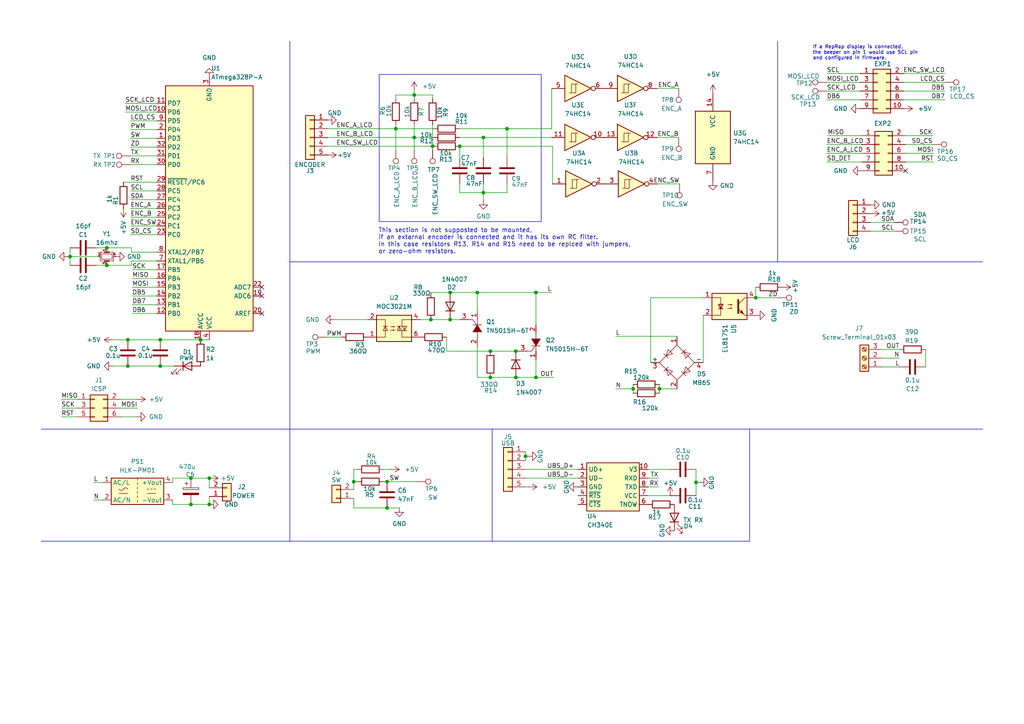
<source format=kicad_sch>
(kicad_sch (version 20230121) (generator eeschema)
  (paper "A4")
  (title_block (title "AVR Spotter shematic") (date "2023-06-21") (rev "1.1") (company "(c) gty77663"))
  (junction (at 20.32 74.422))
  (junction (at 191.262 112.776))
  (junction (at 183.642 112.776))
  (junction (at 130.556 84.836))
  (junction (at 114.808 37.338))
  (junction (at 140.208 39.878))
  (junction (at 55.372 146.304))
  (junction (at 37.084 98.552))
  (junction (at 30.988 71.882))
  (junction (at 46.482 106.172))
  (junction (at 37.084 106.172))
  (junction (at 112.268 147.32))
  (junction (at 142.24 109.474))
  (junction (at 120.142 27.559))
  (junction (at 102.616 139.7))
  (junction (at 201.8792 139.9032))
  (junction (at 112.268 139.7))
  (junction (at 147.066 37.338))
  (junction (at 138.43 84.836))
  (junction (at 120.142 39.878))
  (junction (at 55.372 138.684))
  (junction (at 46.482 98.552))
  (junction (at 219.202 86.36))
  (junction (at 155.448 84.836))
  (junction (at 152.4 132.334))
  (junction (at 155.448 109.474))
  (junction (at 142.24 101.854))
  (junction (at 30.988 76.962))
  (junction (at 149.606 109.474))
  (junction (at 58.166 98.552))
  (junction (at 60.706 138.684))
  (junction (at 133.35 42.418))
  (junction (at 60.706 146.304))
  (junction (at 149.606 101.854))
  (junction (at 124.968 92.71))
  (junction (at 125.476 42.418))
  (junction (at 130.556 92.71))
  (junction (at 140.208 55.88))
  (no_connect (at 75.946 83.312))
  (no_connect (at 262.636 49.53))
  (no_connect (at 75.946 85.852))
  (no_connect (at 75.946 90.932))
  (wire (pts (xy 125.476 43.434) (xy 125.476 42.418)))
  (wire (pts (xy 120.142 43.434) (xy 120.142 39.878)))
  (wire (pts (xy 160.02 37.338) (xy 147.066 37.338)))
  (wire (pts (xy 38.354 80.772) (xy 45.466 80.772)))
  (wire (pts (xy 50.038 145.034) (xy 50.038 146.304)))
  (wire (pts (xy 17.78 118.364) (xy 22.352 118.364)))
  (wire (pts (xy 183.642 111.506) (xy 183.642 112.776)))
  (wire (pts (xy 196.85 39.878) (xy 190.5 39.878)))
  (wire (pts (xy 94.996 42.418) (xy 125.476 42.418)))
  (wire (pts (xy 30.988 71.882) (xy 38.1 71.882)))
  (wire (pts (xy 270.51 39.37) (xy 262.636 39.37)))
  (wire (pts (xy 225.552 86.36) (xy 219.202 86.36)))
  (wire (pts (xy 194.2592 143.764) (xy 187.96 143.764)))
  (wire (pts (xy 120.396 27.686) (xy 120.142 28.575)))
  (wire (pts (xy 27.94 71.882) (xy 30.988 71.882)))
  (wire (pts (xy 60.706 141.478) (xy 60.706 138.684)))
  (wire (pts (xy 38.1 75.692) (xy 45.466 75.692)))
  (wire (pts (xy 58.166 98.552) (xy 60.706 98.552)))
  (wire (pts (xy 125.476 42.418) (xy 125.73 42.418)))
  (wire (pts (xy 152.4 132.334) (xy 152.4 133.604)))
  (wire (pts (xy 138.43 109.474) (xy 142.24 109.474)))
  (wire (pts (xy 37.846 35.052) (xy 45.466 35.052)))
  (wire (pts (xy 120.142 26.289) (xy 120.142 27.559)))
  (wire (pts (xy 37.846 62.992) (xy 45.466 62.992)))
  (wire (pts (xy 188.722 86.36) (xy 203.962 86.36)))
  (wire (pts (xy 140.208 39.878) (xy 160.02 39.878)))
  (wire (pts (xy 46.482 98.552) (xy 58.166 98.552)))
  (wire (pts (xy 140.208 55.88) (xy 140.208 53.34)))
  (wire (pts (xy 37.846 60.452) (xy 45.466 60.452)))
  (wire (pts (xy 114.808 37.338) (xy 125.73 37.338)))
  (wire (pts (xy 20.32 74.422) (xy 20.32 76.962)))
  (polyline (pts (xy 156.972 64.262) (xy 156.972 21.59)))
  (wire (pts (xy 102.616 136.144) (xy 102.616 139.7)))
  (polyline (pts (xy 11.938 124.46) (xy 84.074 124.46)))
  (wire (pts (xy 191.008 141.224) (xy 187.96 141.224)))
  (wire (pts (xy 274.066 26.416) (xy 262.128 26.416)))
  (wire (pts (xy 114.808 28.575) (xy 114.808 27.559)))
  (wire (pts (xy 155.448 94.234) (xy 155.448 84.836)))
  (wire (pts (xy 38.354 78.232) (xy 45.466 78.232)))
  (wire (pts (xy 39.878 118.364) (xy 35.052 118.364)))
  (wire (pts (xy 130.556 84.836) (xy 130.556 85.09)))
  (wire (pts (xy 270.51 41.91) (xy 262.636 41.91)))
  (wire (pts (xy 201.8792 139.9032) (xy 201.8792 143.764)))
  (polyline (pts (xy 142.748 156.972) (xy 142.748 124.46)))
  (wire (pts (xy 37.846 40.132) (xy 45.466 40.132)))
  (wire (pts (xy 37.846 37.592) (xy 45.466 37.592)))
  (wire (pts (xy 133.35 55.88) (xy 140.208 55.88)))
  (wire (pts (xy 239.776 41.91) (xy 249.936 41.91)))
  (wire (pts (xy 274.066 28.956) (xy 262.128 28.956)))
  (wire (pts (xy 38.1 76.962) (xy 38.1 75.692)))
  (wire (pts (xy 160.274 42.418) (xy 133.35 42.418)))
  (wire (pts (xy 27.94 76.962) (xy 30.988 76.962)))
  (wire (pts (xy 147.066 53.34) (xy 147.066 55.88)))
  (polyline (pts (xy 84.074 124.46) (xy 84.074 156.972)))
  (wire (pts (xy 60.706 144.018) (xy 60.706 146.304)))
  (wire (pts (xy 37.846 68.072) (xy 45.466 68.072)))
  (wire (pts (xy 114.808 27.559) (xy 120.142 27.559)))
  (wire (pts (xy 155.448 84.836) (xy 138.43 84.836)))
  (wire (pts (xy 191.262 112.776) (xy 196.342 112.776)))
  (wire (pts (xy 188.722 86.36) (xy 188.722 105.156)))
  (polyline (pts (xy 217.424 156.972) (xy 217.424 124.46)))
  (polyline (pts (xy 84.074 156.972) (xy 142.748 156.972)))
  (polyline (pts (xy 225.552 75.946) (xy 284.988 75.946)))
  (wire (pts (xy 147.066 37.338) (xy 147.066 45.72)))
  (wire (pts (xy 38.354 85.852) (xy 45.466 85.852)))
  (wire (pts (xy 38.354 90.932) (xy 45.466 90.932)))
  (wire (pts (xy 133.35 53.34) (xy 133.35 55.88)))
  (polyline (pts (xy 84.074 11.938) (xy 84.074 124.46)))
  (wire (pts (xy 120.142 39.878) (xy 125.73 39.878)))
  (wire (pts (xy 149.606 109.474) (xy 155.448 109.474)))
  (wire (pts (xy 39.624 115.824) (xy 35.052 115.824)))
  (wire (pts (xy 153.162 141.224) (xy 152.4 141.224)))
  (wire (pts (xy 102.616 147.32) (xy 112.268 147.32)))
  (wire (pts (xy 219.202 86.36) (xy 219.202 83.312)))
  (wire (pts (xy 196.85 25.654) (xy 190.5 25.654)))
  (wire (pts (xy 191.262 111.506) (xy 191.262 112.776)))
  (wire (pts (xy 201.8792 136.144) (xy 201.8792 139.9032)))
  (wire (pts (xy 37.084 98.552) (xy 46.482 98.552)))
  (wire (pts (xy 138.43 84.836) (xy 130.556 84.836)))
  (polyline (pts (xy 142.748 156.972) (xy 217.424 156.972)))
  (wire (pts (xy 60.706 146.304) (xy 55.372 146.304)))
  (wire (pts (xy 239.776 46.99) (xy 249.936 46.99)))
  (wire (pts (xy 38.354 88.392) (xy 45.466 88.392)))
  (wire (pts (xy 197.104 53.34) (xy 190.754 53.34)))
  (wire (pts (xy 129.54 97.79) (xy 129.54 101.854)))
  (wire (pts (xy 27.178 145.034) (xy 29.718 145.034)))
  (wire (pts (xy 94.996 37.338) (xy 114.808 37.338)))
  (wire (pts (xy 38.1 73.152) (xy 45.466 73.152)))
  (wire (pts (xy 203.962 91.44) (xy 203.962 105.156)))
  (wire (pts (xy 32.766 106.172) (xy 37.084 106.172)))
  (wire (pts (xy 260.858 103.886) (xy 255.778 103.886)))
  (wire (pts (xy 121.92 92.71) (xy 124.968 92.71)))
  (wire (pts (xy 94.742 97.79) (xy 99.06 97.79)))
  (wire (pts (xy 167.64 138.684) (xy 152.4 138.684)))
  (wire (pts (xy 155.448 84.836) (xy 160.02 84.836)))
  (wire (pts (xy 38.354 83.312) (xy 45.466 83.312)))
  (wire (pts (xy 240.03 39.37) (xy 249.936 39.37)))
  (wire (pts (xy 37.846 47.752) (xy 45.466 47.752)))
  (wire (pts (xy 270.764 46.99) (xy 262.636 46.99)))
  (wire (pts (xy 124.968 84.836) (xy 130.556 84.836)))
  (wire (pts (xy 239.776 23.876) (xy 249.428 23.876)))
  (wire (pts (xy 112.268 147.32) (xy 115.824 147.32)))
  (wire (pts (xy 37.846 55.372) (xy 45.466 55.372)))
  (wire (pts (xy 194.2592 136.144) (xy 187.96 136.144)))
  (wire (pts (xy 140.208 58.166) (xy 140.208 55.88)))
  (wire (pts (xy 46.482 106.172) (xy 50.546 106.172)))
  (polyline (pts (xy 109.982 21.59) (xy 156.972 21.59)))
  (polyline (pts (xy 11.938 156.972) (xy 84.074 156.972)))
  (wire (pts (xy 50.038 146.304) (xy 55.372 146.304)))
  (wire (pts (xy 259.334 67.056) (xy 252.476 67.056)))
  (wire (pts (xy 111.252 139.7) (xy 112.268 139.7)))
  (wire (pts (xy 124.968 85.09) (xy 124.968 84.836)))
  (polyline (pts (xy 109.982 21.59) (xy 109.982 64.262)))
  (wire (pts (xy 152.4 136.144) (xy 167.64 136.144)))
  (wire (pts (xy 37.846 65.532) (xy 45.466 65.532)))
  (wire (pts (xy 113.284 136.144) (xy 111.252 136.144)))
  (wire (pts (xy 102.616 139.7) (xy 102.616 141.986)))
  (wire (pts (xy 191.262 112.776) (xy 191.262 114.046)))
  (polyline (pts (xy 225.552 11.938) (xy 225.552 75.946)))
  (wire (pts (xy 36.322 29.972) (xy 45.466 29.972)))
  (wire (pts (xy 270.764 44.45) (xy 262.636 44.45)))
  (wire (pts (xy 133.35 45.72) (xy 133.35 42.418)))
  (wire (pts (xy 155.448 109.474) (xy 160.528 109.474)))
  (wire (pts (xy 142.24 109.474) (xy 149.606 109.474)))
  (wire (pts (xy 150.368 101.854) (xy 149.606 101.854)))
  (wire (pts (xy 274.066 23.876) (xy 262.128 23.876)))
  (wire (pts (xy 20.32 74.422) (xy 28.448 74.422)))
  (wire (pts (xy 50.038 139.954) (xy 50.038 138.684)))
  (wire (pts (xy 37.846 57.912) (xy 45.466 57.912)))
  (wire (pts (xy 153.162 132.334) (xy 152.4 132.334)))
  (wire (pts (xy 124.968 92.71) (xy 130.556 92.71)))
  (wire (pts (xy 35.814 52.832) (xy 45.466 52.832)))
  (polyline (pts (xy 84.074 75.946) (xy 225.552 75.946)))
  (wire (pts (xy 142.24 101.854) (xy 149.606 101.854)))
  (wire (pts (xy 38.1 71.882) (xy 38.1 73.152)))
  (wire (pts (xy 103.632 139.7) (xy 102.616 139.7)))
  (wire (pts (xy 130.556 92.71) (xy 133.35 92.71)))
  (wire (pts (xy 155.448 104.394) (xy 155.448 109.474)))
  (wire (pts (xy 178.562 112.776) (xy 183.642 112.776)))
  (polyline (pts (xy 84.074 124.46) (xy 284.988 124.46)))
  (wire (pts (xy 32.766 98.552) (xy 37.084 98.552)))
  (wire (pts (xy 147.066 55.88) (xy 140.208 55.88)))
  (wire (pts (xy 160.02 25.654) (xy 160.02 37.338)))
  (wire (pts (xy 125.476 27.559) (xy 125.476 28.575)))
  (wire (pts (xy 94.996 39.878) (xy 120.142 39.878)))
  (wire (pts (xy 102.616 144.526) (xy 102.616 147.32)))
  (wire (pts (xy 138.43 90.17) (xy 138.43 84.836)))
  (wire (pts (xy 112.268 139.7) (xy 120.904 139.7)))
  (wire (pts (xy 138.43 109.474) (xy 138.43 100.33)))
  (wire (pts (xy 114.808 43.434) (xy 114.808 37.338)))
  (wire (pts (xy 178.562 97.536) (xy 196.342 97.536)))
  (wire (pts (xy 50.038 138.684) (xy 55.372 138.684)))
  (wire (pts (xy 20.32 71.882) (xy 20.32 74.422)))
  (wire (pts (xy 37.084 106.172) (xy 46.482 106.172)))
  (wire (pts (xy 191.008 138.684) (xy 187.96 138.684)))
  (wire (pts (xy 39.624 120.904) (xy 35.052 120.904)))
  (wire (pts (xy 202.8952 139.9032) (xy 201.8792 139.9032)))
  (wire (pts (xy 259.334 64.516) (xy 252.476 64.516)))
  (wire (pts (xy 129.54 101.854) (xy 142.24 101.854)))
  (wire (pts (xy 183.642 112.776) (xy 183.642 114.046)))
  (wire (pts (xy 133.35 37.338) (xy 147.066 37.338)))
  (wire (pts (xy 268.478 101.346) (xy 268.478 106.426)))
  (wire (pts (xy 120.142 36.195) (xy 120.142 39.878)))
  (wire (pts (xy 17.78 120.904) (xy 22.352 120.904)))
  (wire (pts (xy 274.066 21.336) (xy 262.128 21.336)))
  (wire (pts (xy 120.142 27.559) (xy 120.396 27.686)))
  (wire (pts (xy 27.178 139.954) (xy 29.718 139.954)))
  (wire (pts (xy 239.776 44.45) (xy 249.936 44.45)))
  (wire (pts (xy 255.778 106.426) (xy 260.858 106.426)))
  (wire (pts (xy 239.776 26.416) (xy 249.428 26.416)))
  (wire (pts (xy 239.776 28.956) (xy 249.428 28.956)))
  (wire (pts (xy 36.322 32.512) (xy 45.466 32.512)))
  (wire (pts (xy 19.812 74.422) (xy 20.32 74.422)))
  (wire (pts (xy 30.988 76.962) (xy 38.1 76.962)))
  (wire (pts (xy 37.846 45.212) (xy 45.466 45.212)))
  (wire (pts (xy 60.706 138.684) (xy 55.372 138.684)))
  (wire (pts (xy 152.4 132.334) (xy 152.4 131.064)))
  (wire (pts (xy 125.476 36.195) (xy 125.476 42.418)))
  (wire (pts (xy 255.778 101.346) (xy 260.858 101.346)))
  (wire (pts (xy 120.142 27.559) (xy 125.476 27.559)))
  (wire (pts (xy 133.35 39.878) (xy 140.208 39.878)))
  (wire (pts (xy 97.028 92.71) (xy 106.68 92.71)))
  (wire (pts (xy 17.78 115.824) (xy 22.352 115.824)))
  (wire (pts (xy 37.846 42.672) (xy 45.466 42.672)))
  (wire (pts (xy 103.632 136.144) (xy 102.616 136.144)))
  (wire (pts (xy 114.808 36.195) (xy 114.808 37.338)))
  (wire (pts (xy 239.776 21.336) (xy 249.428 21.336)))
  (wire (pts (xy 160.274 53.34) (xy 160.274 42.418)))
  (wire (pts (xy 140.208 39.878) (xy 140.208 45.72)))
  (polyline (pts (xy 109.982 64.262) (xy 156.972 64.262)))
  (text "This section is not supposted to be mounted,\nif an extarnal encoder is connected and it has its own RC filter.\nIn this case resistors R13, R14 and R15 need to be replced with jumpers,\nor zero-ohm resistors." (at 109.728 73.787 0) (effects (font (size 1.27 1.27)) (justify left bottom)))
  (text "If a RepRap display is connected, \nthe beeper on pin 1 would use SCL pin \nand configured in firmware." (at 235.712 17.526 0) (effects (font (size 1 1)) (justify left bottom)))
  (label "ZD" (at 37.846 42.672 0))
  (label "ENC_A" (at 37.846 60.452 0))
  (label "SD_CS" (at 37.846 68.072 0))
  (label "MOSI" (at 39.878 118.364 180))
  (label "SCK_LCD" (at 36.322 29.972 0))
  (label "SCL" (at 259.334 67.056 180))
  (label "DB7" (at 38.354 88.392 0))
  (label "MISO" (at 240.03 39.37 0))
  (label "SDA" (at 259.334 64.516 180))
  (label "LCD_CS" (at 274.066 23.876 180))
  (label "ZD" (at 225.552 86.36 180))
  (label "MOSI" (at 270.764 44.45 180))
  (label "SDA" (at 37.846 57.912 0))
  (label "ENC_B" (at 196.85 39.878 180))
  (label "L" (at 160.02 84.836 180))
  (label "PWM" (at 94.742 97.79 0))
  (label "L" (at 27.178 139.954 0))
  (label "ENC_A" (at 196.85 25.654 180))
  (label "RST" (at 17.78 120.904 0))
  (label "SD_DET" (at 239.776 46.99 0))
  (label "SCK" (at 270.51 39.37 180))
  (label "DB7" (at 274.066 28.956 180))
  (label "N" (at 260.858 103.886 180))
  (label "SCK" (at 17.78 118.364 0))
  (label "MOSI_LCD" (at 36.322 32.512 0))
  (label "UBS_D+" (at 158.6738 136.144 0))
  (label "SW" (at 37.846 40.132 0))
  (label "SW" (at 115.824 139.7 180))
  (label "MISO" (at 38.354 80.772 0))
  (label "RST" (at 37.846 52.832 0))
  (label "L" (at 178.562 97.536 0))
  (label "ENC_A_LCD" (at 239.776 44.45 0))
  (label "RX" (at 37.846 47.752 0))
  (label "MOSI_LCD" (at 239.776 23.876 0))
  (label "ENC_B_LCD" (at 239.776 41.91 0))
  (label "DB6" (at 38.354 90.932 0))
  (label "ENC_SW" (at 37.846 65.532 0))
  (label "ENC_SW" (at 197.104 53.34 180))
  (label "N" (at 178.562 112.776 0))
  (label "SCK_LCD" (at 239.776 26.416 0))
  (label "LCD_CS" (at 37.846 35.052 0))
  (label "TX" (at 37.846 45.212 0))
  (label "ENC_SW_LCD" (at 97.536 42.418 0))
  (label "RX" (at 191.008 141.224 180))
  (label "MISO" (at 17.78 115.824 0))
  (label "ENC_A_LCD" (at 97.536 37.338 0))
  (label "ENC_B" (at 37.846 62.992 0))
  (label "UBS_D-" (at 158.6738 138.684 0))
  (label "ENC_B_LCD" (at 97.536 39.878 0))
  (label "L" (at 260.858 106.426 180))
  (label "ENC_SW_LCD" (at 274.066 21.336 180))
  (label "PWM" (at 37.846 37.592 0))
  (label "RST" (at 270.764 46.99 180))
  (label "SCK" (at 38.354 78.232 0))
  (label "DB5" (at 274.066 26.416 180))
  (label "MOSI" (at 38.354 83.312 0))
  (label "DB6" (at 239.776 28.956 0))
  (label "OUT" (at 260.858 101.346 180))
  (label "SCL" (at 37.846 55.372 0))
  (label "TX" (at 191.008 138.684 180))
  (label "SD_CS" (at 270.51 41.91 180))
  (label "SCL" (at 239.776 21.336 0))
  (label "N" (at 27.178 145.034 0))
  (label "DB5" (at 38.354 85.852 0))
  (label "OUT" (at 160.528 109.474 180))
  (symbol (lib_id "dk_Thyristors-SCRs:TN5015H-6T") (at 155.448 99.314 0) (unit 1)
    (property "Reference" "Q2" (at 158.242 98.6789 0) (effects (justify left)))
    (property "Value" "TN5015H-6T" (at 158.242 101.2189 0) (effects (justify left)))
    (property "Footprint" "digikey-footprints:TO-220-3" (effects hide))
    (property "Datasheet" "https://www.st.com/resource/en/datasheet/tn5015h-6t.pdf" (effects hide))
    (property "Digi-Key_PN" "497-17607-ND" (effects hide))
    (property "MPN" "TN5015H-6T" (effects hide))
    (property "Category" "Discrete Semiconductor Products" (effects hide))
    (property "Family" "Thyristors - SCRs" (effects hide))
    (property "DK_Datasheet_Link" "https://www.st.com/resource/en/datasheet/tn5015h-6t.pdf" (effects hide))
    (property "DK_Detail_Page" "https://www.st.com/en/thyristors-scr-and-ac-switches/tn5015h-6t.html" (effects hide))
    (property "Description" "THYRISTOR SCR 50A 600V TO220AB" (effects hide))
    (property "Manufacturer" "STMicroelectronics" (effects hide))
    (property "Status" "Active" (effects hide))
  )
  (symbol (lib_id "power:+5V") (at 252.476 61.976 270) (unit 1)
    (property "Reference" "#PWR031" (effects hide))
    (property "Value" "+5V" (at 255.524 61.722 90) (effects (justify left)))
  )
  (symbol (lib_id "74xx:74HC14") (at 167.64 39.878 0) (unit 5)
    (property "Reference" "U3" (at 167.64 30.48 0))
    (property "Value" "74HC14" (at 167.64 33.02 0))
    (property "Footprint" "Package_SO:SO-14_3.9x8.65mm_P1.27mm" (effects hide))
    (property "Datasheet" "http://www.ti.com/lit/gpn/sn74HC14" (effects hide))
  )
  (symbol (lib_id "Connector_Generic:Conn_01x02") (at 65.786 144.018 0) (mirror x) (unit 1)
    (property "Reference" "J2" (at 70.104 141.224 0))
    (property "Value" "POWER" (at 70.612 143.764 0))
    (property "Footprint" "Connector_JST:JST_XH_B2B-XH-A_1x02_P2.50mm_Vertical" (effects hide))
  )
  (symbol (lib_id "Device:R") (at 223.012 83.312 90) (mirror x) (unit 1)
    (property "Reference" "R18" (at 224.536 81.026 90))
    (property "Value" "1k" (at 224.028 79.248 90))
    (property "Footprint" "Resistor_SMD:R_0402_1005Metric" (effects hide))
  )
  (symbol (lib_id "power:GND") (at 252.476 59.436 90) (unit 1)
    (property "Reference" "#PWR030" (effects hide))
    (property "Value" "GND" (at 255.778 59.4359 90) (effects (justify right)))
  )
  (symbol (lib_id "Connector:TestPoint") (at 196.85 39.878 180) (unit 1)
    (property "Reference" "TP9" (at 191.77 43.18 0) (effects (justify right)))
    (property "Value" "ENC_B" (at 191.77 45.72 0) (effects (justify right)))
    (property "Footprint" "TestPoint:TestPoint_Pad_D1.0mm" (effects hide))
  )
  (symbol (lib_id "Device:C") (at 133.35 49.53 0) (unit 1)
    (property "Reference" "C7" (at 133.604 45.72 0) (effects (justify left)))
    (property "Value" "47nF" (at 133.604 47.498 0) (effects (justify left)))
    (property "Footprint" "Capacitor_SMD:C_0402_1005Metric" (effects hide))
  )
  (symbol (lib_id "Connector:Screw_Terminal_01x03") (at 250.698 103.886 180) (unit 1)
    (property "Reference" "J7" (at 249.174 95.25 0))
    (property "Value" "Screw_Terminal_01x03" (at 249.174 97.79 0))
    (property "Footprint" "Connector_Phoenix_GMSTB:PhoenixContact_GMSTBA_2,5_3-G-7,62_1x03_P7.62mm_Horizontal" (effects hide))
  )
  (symbol (lib_id "Device:R") (at 191.77 146.304 90) (unit 1)
    (property "Reference" "R17" (at 191.8208 150.0124 90) (effects (justify left)))
    (property "Value" "1k" (at 191.6176 148.4376 90) (effects (justify left)))
    (property "Footprint" "Resistor_SMD:R_0402_1005Metric" (effects hide))
  )
  (symbol (lib_id "power:GND") (at 94.996 34.798 90) (unit 1)
    (property "Reference" "#PWR011" (effects hide))
    (property "Value" "GND" (at 94.996 32.766 90) (effects (justify right)))
  )
  (symbol (lib_id "Device:C") (at 198.0692 143.764 270) (unit 1)
    (property "Reference" "C11" (at 201.5236 146.9136 90))
    (property "Value" "0.1u" (at 201.6252 144.9832 90))
    (property "Footprint" "Capacitor_SMD:C_0402_1005Metric" (effects hide))
  )
  (symbol (lib_id "74xx:74HC14") (at 182.88 39.878 0) (unit 6)
    (property "Reference" "U3" (at 182.88 30.48 0))
    (property "Value" "74HC14" (at 182.88 33.02 0))
    (property "Footprint" "Package_SO:SO-14_3.9x8.65mm_P1.27mm" (effects hide))
    (property "Datasheet" "http://www.ti.com/lit/gpn/sn74HC14" (effects hide))
  )
  (symbol (lib_id "Isolator:EL817") (at 211.582 88.9 0) (unit 1)
    (property "Reference" "U5" (at 212.8521 93.98 90) (effects (justify right)))
    (property "Value" "EL817S1" (at 210.3121 93.98 90) (effects (justify right)))
    (property "Footprint" "digikey-footprints:SMD-4_4.6x6.5mm_P2.54mm" (effects hide))
    (property "Datasheet" "http://www.everlight.com/file/ProductFile/EL817.pdf" (effects hide))
  )
  (symbol (lib_id "Device:LED") (at 54.356 106.172 0) (unit 1)
    (property "Reference" "D1" (at 54.356 102.108 0))
    (property "Value" "PWR" (at 54.102 103.886 0))
    (property "Footprint" "LED_SMD:LED_0603_1608Metric" (effects hide))
  )
  (symbol (lib_id "power:+5V") (at 60.706 138.684 270) (unit 1)
    (property "Reference" "#PWR09" (effects hide))
    (property "Value" "+5V" (at 64.008 138.6839 90) (effects (justify left)))
  )
  (symbol (lib_id "power:GND") (at 202.8952 139.9032 90) (unit 1)
    (property "Reference" "#PWR023" (effects hide))
    (property "Value" "GND" (at 206.4004 137.922 0) (effects (justify right)))
  )
  (symbol (lib_id "power:+5V") (at 39.624 115.824 270) (unit 1)
    (property "Reference" "#PWR06" (effects hide))
    (property "Value" "+5V" (at 43.18 115.8239 90) (effects (justify left)))
  )
  (symbol (lib_id "power:GND") (at 33.528 74.422 90) (unit 1)
    (property "Reference" "#PWR04" (effects hide))
    (property "Value" "GND" (at 36.83 74.422 90) (effects (justify right)))
  )
  (symbol (lib_id "Device:R") (at 264.668 101.346 90) (mirror x) (unit 1)
    (property "Reference" "R19" (at 264.414 98.806 90))
    (property "Value" "39Ω" (at 264.414 96.266 90))
    (property "Footprint" "Resistor_SMD:R_1210_3225Metric" (effects hide))
  )
  (symbol (lib_id "Connector_Generic:Conn_02x03_Odd_Even") (at 27.432 118.364 0) (unit 1)
    (property "Reference" "J1" (at 28.702 110.236 0))
    (property "Value" "ICSP" (at 28.702 112.776 0))
    (property "Footprint" "Connector_PinHeader_2.54mm:PinHeader_2x03_P2.54mm_Vertical" (effects hide))
  )
  (symbol (lib_id "Device:R") (at 102.87 97.79 90) (unit 1)
    (property "Reference" "R3" (at 104.394 100.076 90))
    (property "Value" "360Ω" (at 103.886 101.854 90))
    (property "Footprint" "Resistor_SMD:R_0402_1005Metric" (effects hide))
  )
  (symbol (lib_id "power:+5V") (at 226.822 83.312 270) (unit 1)
    (property "Reference" "#PWR027" (effects hide))
    (property "Value" "+5V" (at 230.632 83.058 0))
  )
  (symbol (lib_id "power:GND") (at 39.624 120.904 90) (unit 1)
    (property "Reference" "#PWR07" (effects hide))
    (property "Value" "GND" (at 43.18 120.9039 90) (effects (justify right)))
  )
  (symbol (lib_id "Connector_Generic:Conn_01x05") (at 89.916 39.878 0) (mirror y) (unit 1)
    (property "Reference" "J3" (at 89.916 49.53 0))
    (property "Value" "ENCODER" (at 89.916 47.752 0))
    (property "Footprint" "Connector_JST:JST_XH_B5B-XH-A_1x05_P2.50mm_Vertical" (effects hide))
  )
  (symbol (lib_id "Connector_Generic:Conn_02x05_Odd_Even") (at 254.508 26.416 0) (unit 1)
    (property "Reference" "EXP1" (at 256.032 18.542 0))
    (property "Value" "Header_2x05_P2.54mm_Vertical" (effects hide))
    (property "Footprint" "Connector_IDC:IDC-Header_2x05_P2.54mm_Vertical" (effects hide))
  )
  (symbol (lib_id "power:GND") (at 32.766 106.172 270) (unit 1)
    (property "Reference" "#PWR03" (effects hide))
    (property "Value" "GND" (at 29.21 106.1719 90) (effects (justify right)))
  )
  (symbol (lib_id "power:GND") (at 97.028 92.71 270) (mirror x) (unit 1)
    (property "Reference" "#PWR013" (effects hide))
    (property "Value" "GND" (at 92.71 92.7099 90) (effects (justify right)))
  )
  (symbol (lib_id "Connector_Generic:Conn_01x02") (at 97.536 144.526 180) (unit 1)
    (property "Reference" "J4" (at 97.536 137.16 0))
    (property "Value" "SW" (at 97.536 139.192 0))
    (property "Footprint" "Connector_JST:JST_XH_B2B-XH-A_1x02_P2.50mm_Vertical" (effects hide))
  )
  (symbol (lib_id "Converter_ACDC:HLK-PM01") (at 39.878 142.494 0) (unit 1)
    (property "Reference" "PS1" (at 39.878 133.858 0))
    (property "Value" "HLK-PM01" (at 39.878 136.398 0))
    (property "Footprint" "Converter_ACDC:Converter_ACDC_HiLink_HLK-PMxx" (effects hide))
    (property "Datasheet" "http://www.hlktech.net/product_detail.php?ProId=54" (effects hide))
  )
  (symbol (lib_id "power:GND") (at 153.162 132.334 90) (mirror x) (unit 1)
    (property "Reference" "#PWR018" (effects hide))
    (property "Value" "GND" (at 156.718 130.302 0) (effects (justify left)))
  )
  (symbol (lib_id "power:+5V") (at 153.162 141.224 270) (mirror x) (unit 1)
    (property "Reference" "#PWR019" (effects hide))
    (property "Value" "+5V" (at 157.226 141.2241 90) (effects (justify left)))
  )
  (symbol (lib_id "Device:C") (at 112.268 143.51 0) (unit 1)
    (property "Reference" "C6" (at 115.316 142.2399 0) (effects (justify left)))
    (property "Value" "47nF" (at 115.316 144.7799 0) (effects (justify left)))
    (property "Footprint" "Capacitor_SMD:C_0402_1005Metric" (effects hide))
  )
  (symbol (lib_id "Device:R") (at 114.808 32.385 0) (unit 1)
    (property "Reference" "R6" (at 110.998 32.131 90))
    (property "Value" "10k" (at 112.776 32.131 90))
    (property "Footprint" "Resistor_SMD:R_0402_1005Metric" (effects hide))
  )
  (symbol (lib_id "Connector:TestPoint") (at 125.476 43.434 180) (unit 1)
    (property "Reference" "TP7" (at 123.952 49.276 0) (effects (justify right)))
    (property "Value" "ENC_SW_LCD" (at 126.238 50.292 90) (effects (justify left)))
    (property "Footprint" "TestPoint:TestPoint_Pad_D1.0mm" (effects hide))
  )
  (symbol (lib_id "Connector:TestPoint") (at 120.904 139.7 270) (unit 1)
    (property "Reference" "TP6" (at 127 141.732 90) (effects (justify right)))
    (property "Value" "SW" (at 127 144.272 90) (effects (justify right)))
    (property "Footprint" "TestPoint:TestPoint_Pad_D1.0mm" (effects hide))
  )
  (symbol (lib_id "power:+5V") (at 113.284 136.144 270) (unit 1)
    (property "Reference" "#PWR014" (effects hide))
    (property "Value" "+5V" (at 117.348 136.1439 90) (effects (justify left)))
  )
  (symbol (lib_id "Connector:TestPoint") (at 114.808 43.434 180) (unit 1)
    (property "Reference" "TP4" (at 112.522 48.768 0) (effects (justify right)))
    (property "Value" "ENC_A_LCD" (at 115.062 60.198 90) (effects (justify right)))
    (property "Footprint" "TestPoint:TestPoint_Pad_D1.0mm" (effects hide))
  )
  (symbol (lib_id "Connector:TestPoint") (at 239.776 26.416 90) (unit 1)
    (property "Reference" "TP13" (at 231.902 30.226 90) (effects (justify right)))
    (property "Value" "SCK_LCD" (at 229.362 28.194 90) (effects (justify right)))
    (property "Footprint" "TestPoint:TestPoint_Pad_D1.0mm" (effects hide))
  )
  (symbol (lib_id "Device:R") (at 125.73 97.79 270) (mirror x) (unit 1)
    (property "Reference" "R10" (at 124.206 99.822 90) (effects (justify left)))
    (property "Value" "470Ω" (at 123.952 101.6 90) (effects (justify left)))
    (property "Footprint" "Resistor_SMD:R_1210_3225Metric_Pad1.30x2.65mm_HandSolder" (effects hide))
    (property "LCSC Part" "C473642" (effects hide))
  )
  (symbol (lib_id "Device:R") (at 129.54 42.418 90) (unit 1)
    (property "Reference" "R13" (at 129.286 46.228 90))
    (property "Value" "10k" (at 129.286 44.45 90))
    (property "Footprint" "Resistor_SMD:R_0402_1005Metric" (effects hide))
  )
  (symbol (lib_id "Device:Crystal_GND24_Small") (at 30.988 74.422 270) (unit 1)
    (property "Reference" "Y1" (at 30.988 67.818 90))
    (property "Value" "16mhz" (at 30.988 70.358 90))
    (property "Footprint" "Crystal:Crystal_SMD_3225-4Pin_3.2x2.5mm" (effects hide))
  )
  (symbol (lib_id "Connector_Generic:Conn_01x05") (at 147.32 136.144 0) (mirror y) (unit 1)
    (property "Reference" "J5" (at 147.32 126.746 0))
    (property "Value" "USB" (at 147.32 128.524 0))
    (property "Footprint" "Connector_PinHeader_2.54mm:PinHeader_1x05_P2.54mm_Vertical" (effects hide))
  )
  (symbol (lib_id "Connector:TestPoint") (at 94.742 97.79 90) (mirror x) (unit 1)
    (property "Reference" "TP3" (at 88.646 99.822 90) (effects (justify right)))
    (property "Value" "PWM" (at 88.646 101.854 90) (effects (justify right)))
    (property "Footprint" "TestPoint:TestPoint_Pad_D1.0mm" (effects hide))
  )
  (symbol (lib_id "Device:R") (at 35.814 56.642 0) (unit 1)
    (property "Reference" "R1" (at 33.528 58.166 90))
    (property "Value" "1k" (at 31.75 57.658 90))
    (property "Footprint" "Resistor_SMD:R_0402_1005Metric" (effects hide))
  )
  (symbol (lib_id "Device:C") (at 24.13 71.882 270) (unit 1)
    (property "Reference" "C1" (at 24.13 68.072 90))
    (property "Value" "16pf" (at 24.13 65.532 90))
    (property "Footprint" "Capacitor_SMD:C_0402_1005Metric" (effects hide))
  )
  (symbol (lib_id "Device:R") (at 58.166 102.362 0) (unit 1)
    (property "Reference" "R2" (at 59.69 101.346 0) (effects (justify left)))
    (property "Value" "1k" (at 59.69 103.886 0) (effects (justify left)))
    (property "Footprint" "Resistor_SMD:R_0402_1005Metric" (effects hide))
  )
  (symbol (lib_id "Connector:TestPoint") (at 37.846 47.752 90) (unit 1)
    (property "Reference" "TP2" (at 29.972 47.752 90) (effects (justify right)))
    (property "Value" "RX" (at 26.924 47.752 90) (effects (justify right)))
    (property "Footprint" "TestPoint:TestPoint_Pad_D1.0mm" (effects hide))
  )
  (symbol (lib_id "power:GND") (at 249.936 49.53 270) (unit 1)
    (property "Reference" "#PWR029" (effects hide))
    (property "Value" "GND" (at 245.872 49.5301 90) (effects (justify right)))
  )
  (symbol (lib_id "power:+5V") (at 206.756 27.178 0) (unit 1)
    (property "Reference" "#PWR024" (effects hide))
    (property "Value" "+5V" (at 206.756 21.59 0))
  )
  (symbol (lib_id "Diode:1N4007") (at 149.606 105.664 270) (unit 1)
    (property "Reference" "D3" (at 149.606 111.252 90) (effects (justify left)))
    (property "Value" "1N4007" (at 149.606 113.792 90) (effects (justify left)))
    (property "Footprint" "Diode_SMD:D_SMA" (effects hide))
    (property "Datasheet" "http://www.vishay.com/docs/88503/1n4001.pdf" (effects hide))
    (property "LCSC Part" "C727081" (effects hide))
  )
  (symbol (lib_id "power:GND") (at 19.812 74.422 270) (unit 1)
    (property "Reference" "#PWR01" (effects hide))
    (property "Value" "GND" (at 16.256 74.4219 90) (effects (justify right)))
  )
  (symbol (lib_id "Device:R") (at 107.442 139.7 90) (unit 1)
    (property "Reference" "R5" (at 107.188 143.51 90))
    (property "Value" "10k" (at 107.188 141.732 90))
    (property "Footprint" "Resistor_SMD:R_0402_1005Metric" (effects hide))
  )
  (symbol (lib_id "Device:R") (at 142.24 105.664 0) (mirror y) (unit 1)
    (property "Reference" "R14" (at 144.272 113.284 0) (effects (justify left)))
    (property "Value" "330Ω" (at 144.526 111.506 0) (effects (justify left)))
    (property "Footprint" "Resistor_SMD:R_1206_3216Metric_Pad1.30x1.75mm_HandSolder" (effects hide))
    (property "LCSC Part" "C25374" (effects hide))
  )
  (symbol (lib_id "Connector:TestPoint") (at 259.334 67.056 270) (unit 1)
    (property "Reference" "TP15" (at 268.732 67.056 90) (effects (justify right)))
    (property "Value" "SCL" (at 268.732 69.342 90) (effects (justify right)))
    (property "Footprint" "TestPoint:TestPoint_Pad_D1.0mm" (effects hide))
  )
  (symbol (lib_id "power:+5V") (at 262.128 31.496 270) (unit 1)
    (property "Reference" "#PWR032" (effects hide))
    (property "Value" "+5V" (at 266.192 31.4959 90) (effects (justify left)))
  )
  (symbol (lib_id "power:+5V") (at 35.814 60.452 0) (mirror x) (unit 1)
    (property "Reference" "#PWR05" (effects hide))
    (property "Value" "+5V" (at 35.8141 64.008 90) (effects (justify left)))
  )
  (symbol (lib_id "74xx:74HC14") (at 183.134 53.34 0) (unit 2)
    (property "Reference" "U3" (at 183.134 44.45 0))
    (property "Value" "74HC14" (at 183.134 46.99 0))
    (property "Footprint" "Package_SO:SO-14_3.9x8.65mm_P1.27mm" (effects hide))
    (property "Datasheet" "http://www.ti.com/lit/gpn/sn74HC14" (effects hide))
  )
  (symbol (lib_id "MCU_Microchip_ATmega:ATmega328P-A") (at 60.706 60.452 180) (unit 1)
    (property "Reference" "U1" (at 61.2266 19.812 0) (effects (justify right)))
    (property "Value" "ATmega328P-A" (at 61.2266 22.352 0) (effects (justify right)))
    (property "Footprint" "Package_QFP:TQFP-32_7x7mm_P0.8mm" (effects hide))
    (property "Datasheet" "http://ww1.microchip.com/downloads/en/DeviceDoc/ATmega328_P%20AVR%20MCU%20with%20picoPower%20Technology%20Data%20Sheet%2040001984A.pdf" (effects hide))
  )
  (symbol (lib_id "74xx:74HC14") (at 182.88 25.654 0) (unit 4)
    (property "Reference" "U3" (at 182.88 16.4125 0))
    (property "Value" "74HC14" (at 182.88 18.9525 0))
    (property "Footprint" "Package_SO:SO-14_3.9x8.65mm_P1.27mm" (effects hide))
    (property "Datasheet" "http://www.ti.com/lit/gpn/sn74HC14" (effects hide))
  )
  (symbol (lib_id "Device:C") (at 46.482 102.362 0) (unit 1)
    (property "Reference" "C4" (at 42.2656 101.1936 0))
    (property "Value" "0.1u" (at 42.164 103.124 0))
    (property "Footprint" "Capacitor_SMD:C_0402_1005Metric" (effects hide))
  )
  (symbol (lib_id "Device:R") (at 120.142 32.385 180) (unit 1)
    (property "Reference" "R7" (at 122.174 32.385 90))
    (property "Value" "10k" (at 118.11 32.385 90))
    (property "Footprint" "Resistor_SMD:R_0402_1005Metric" (effects hide))
  )
  (symbol (lib_id "Device:R") (at 187.452 111.506 90) (unit 1)
    (property "Reference" "R15" (at 184.912 107.696 90) (effects (justify left)))
    (property "Value" "120k" (at 188.468 109.474 90) (effects (justify left)))
    (property "Footprint" "Resistor_SMD:R_1210_3225Metric_Pad1.30x2.65mm_HandSolder" (effects hide))
  )
  (symbol (lib_id "Connector:TestPoint") (at 225.552 86.36 270) (unit 1)
    (property "Reference" "TP11" (at 231.648 88.392 90) (effects (justify right)))
    (property "Value" "ZD" (at 231.648 90.424 90) (effects (justify right)))
    (property "Footprint" "TestPoint:TestPoint_Pad_D1.0mm" (effects hide))
  )
  (symbol (lib_id "Connector:TestPoint") (at 37.846 45.212 90) (unit 1)
    (property "Reference" "TP1" (at 29.972 45.212 90) (effects (justify right)))
    (property "Value" "TX" (at 26.924 45.212 90) (effects (justify right)))
    (property "Footprint" "TestPoint:TestPoint_Pad_D1.0mm" (effects hide))
  )
  (symbol (lib_id "Connector:TestPoint") (at 270.51 41.91 270) (unit 1)
    (property "Reference" "TP16" (at 276.606 43.942 90) (effects (justify right)))
    (property "Value" "SD_CS" (at 277.876 45.974 90) (effects (justify right)))
    (property "Footprint" "TestPoint:TestPoint_Pad_D1.0mm" (effects hide))
  )
  (symbol (lib_id "power:GND") (at 249.428 31.496 270) (unit 1)
    (property "Reference" "#PWR028" (effects hide))
    (property "Value" "GND" (at 245.872 31.4959 90) (effects (justify right)))
  )
  (symbol (lib_id "74xx:74HC14") (at 167.894 53.34 0) (unit 1)
    (property "Reference" "U3" (at 167.894 44.45 0))
    (property "Value" "74HC14" (at 167.894 46.99 0))
    (property "Footprint" "Package_SO:SO-14_3.9x8.65mm_P1.27mm" (effects hide))
    (property "Datasheet" "http://www.ti.com/lit/gpn/sn74HC14" (effects hide))
  )
  (symbol (lib_id "Diode_Bridge:MB6S") (at 196.342 105.156 180) (unit 1)
    (property "Reference" "D5" (at 203.454 108.458 0))
    (property "Value" "MB6S" (at 203.454 110.998 0))
    (property "Footprint" "Package_TO_SOT_SMD:TO-269AA" (effects hide))
    (property "Datasheet" "http://www.vishay.com/docs/88573/dfs.pdf" (effects hide))
  )
  (symbol (lib_id "Connector_Generic:Conn_02x05_Odd_Even") (at 255.016 44.45 0) (unit 1)
    (property "Reference" "EXP2" (at 256.032 35.814 0))
    (property "Value" "Header_2x05_P2.54mm_Vertical" (effects hide))
    (property "Footprint" "Connector_IDC:IDC-Header_2x05_P2.54mm_Vertical" (effects hide))
  )
  (symbol (lib_id "Connector:TestPoint") (at 239.776 23.876 90) (unit 1)
    (property "Reference" "TP12" (at 230.886 24.13 90) (effects (justify right)))
    (property "Value" "MOSI_LCD" (at 228.346 22.098 90) (effects (justify right)))
    (property "Footprint" "TestPoint:TestPoint_Pad_D1.0mm" (effects hide))
  )
  (symbol (lib_id "power:+5V") (at 32.766 98.552 90) (unit 1)
    (property "Reference" "#PWR02" (effects hide))
    (property "Value" "+5V" (at 29.21 98.5519 90) (effects (justify left)))
  )
  (symbol (lib_id "Device:C") (at 264.668 106.426 270) (unit 1)
    (property "Reference" "C12" (at 264.668 112.776 90))
    (property "Value" "0.1u" (at 264.668 110.236 90))
    (property "Footprint" "Capacitor_SMD:C_1206_3216Metric" (effects hide))
  )
  (symbol (lib_id "Device:R") (at 129.54 37.338 90) (unit 1)
    (property "Reference" "R11" (at 133.858 35.306 90))
    (property "Value" "10k" (at 133.858 33.528 90))
    (property "Footprint" "Resistor_SMD:R_0402_1005Metric" (effects hide))
  )
  (symbol (lib_id "Device:R") (at 124.968 88.9 0) (mirror x) (unit 1)
    (property "Reference" "R8" (at 119.888 83.312 0) (effects (justify left)))
    (property "Value" "330Ω" (at 119.634 85.09 0) (effects (justify left)))
    (property "Footprint" "Resistor_SMD:R_1206_3216Metric_Pad1.30x1.75mm_HandSolder" (effects hide))
    (property "LCSC Part" "C25374" (effects hide))
  )
  (symbol (lib_id "power:+5V") (at 194.3862 143.6878 0) (mirror y) (unit 1)
    (property "Reference" "#PWR021" (effects hide))
    (property "Value" "+5V" (at 196.4436 140.1318 0) (effects (justify left)))
  )
  (symbol (lib_id "power:GND") (at 206.756 52.578 0) (unit 1)
    (property "Reference" "#PWR025" (effects hide))
    (property "Value" "GND" (at 208.788 53.8479 0) (effects (justify left)))
  )
  (symbol (lib_id "power:GND") (at 60.706 146.304 90) (unit 1)
    (property "Reference" "#PWR010" (effects hide))
    (property "Value" "GND" (at 65.024 146.3039 90) (effects (justify right)))
  )
  (symbol (lib_id "Device:C") (at 140.208 49.53 0) (unit 1)
    (property "Reference" "C8" (at 135.128 51.562 0) (effects (justify left)))
    (property "Value" "47nF" (at 135.128 53.34 0) (effects (justify left)))
    (property "Footprint" "Capacitor_SMD:C_0402_1005Metric" (effects hide))
  )
  (symbol (lib_id "Device:C") (at 24.13 76.962 90) (unit 1)
    (property "Reference" "C2" (at 24.13 80.772 90))
    (property "Value" "16pf" (at 24.13 83.312 90))
    (property "Footprint" "Capacitor_SMD:C_0402_1005Metric" (effects hide))
  )
  (symbol (lib_id "Device:R") (at 107.442 136.144 270) (unit 1)
    (property "Reference" "R4" (at 107.696 132.334 90))
    (property "Value" "10k" (at 107.696 134.112 90))
    (property "Footprint" "Resistor_SMD:R_0402_1005Metric" (effects hide))
  )
  (symbol (lib_id "Interface_USB:CH340E") (at 177.8 146.939 0) (unit 1)
    (property "Reference" "U4" (at 170.2944 149.733 0) (effects (justify left)))
    (property "Value" "CH340E" (at 170.2944 152.273 0) (effects (justify left)))
    (property "Footprint" "Package_SO:MSOP-10_3x3mm_P0.5mm" (effects hide))
    (property "Datasheet" "https://www.mpja.com/download/35227cpdata.pdf" (effects hide))
  )
  (symbol (lib_id "Device:LED") (at 195.58 150.114 90) (unit 1)
    (property "Reference" "D4" (at 199.5932 152.6032 90))
    (property "Value" "TX RX" (at 201.0664 150.8252 90))
    (property "Footprint" "LED_SMD:LED_0603_1608Metric" (effects hide))
  )
  (symbol (lib_id "Device:R") (at 125.476 32.385 180) (unit 1)
    (property "Reference" "R9" (at 129.286 32.639 90))
    (property "Value" "10k" (at 127.508 32.639 90))
    (property "Footprint" "Resistor_SMD:R_0402_1005Metric" (effects hide))
  )
  (symbol (lib_id "power:GND") (at 140.208 58.166 0) (unit 1)
    (property "Reference" "#PWR017" (effects hide))
    (property "Value" "GND" (at 140.208 62.738 0))
  )
  (symbol (lib_id "Connector:TestPoint") (at 197.104 53.34 180) (unit 1)
    (property "Reference" "TP10" (at 192.024 56.642 0) (effects (justify right)))
    (property "Value" "ENC_SW" (at 192.024 59.182 0) (effects (justify right)))
    (property "Footprint" "TestPoint:TestPoint_Pad_D1.0mm" (effects hide))
  )
  (symbol (lib_id "Device:C") (at 147.066 49.53 0) (unit 1)
    (property "Reference" "C9" (at 148.336 51.816 0) (effects (justify left)))
    (property "Value" "47nF" (at 148.336 53.594 0) (effects (justify left)))
    (property "Footprint" "Capacitor_SMD:C_0402_1005Metric" (effects hide))
  )
  (symbol (lib_id "power:+5V") (at 120.142 26.289 0) (unit 1)
    (property "Reference" "#PWR016" (effects hide))
    (property "Value" "+5V" (at 122.428 25.0189 0) (effects (justify left)))
  )
  (symbol (lib_id "Device:R") (at 129.54 39.878 90) (unit 1)
    (property "Reference" "R12" (at 123.698 40.894 90))
    (property "Value" "10k" (at 123.698 39.116 90))
    (property "Footprint" "Resistor_SMD:R_0402_1005Metric" (effects hide))
  )
  (symbol (lib_id "power:+5V") (at 94.996 44.958 270) (unit 1)
    (property "Reference" "#PWR012" (effects hide))
    (property "Value" "+5V" (at 97.79 44.958 90) (effects (justify left)))
  )
  (symbol (lib_id "power:GND") (at 167.64 141.224 270) (unit 1)
    (property "Reference" "#PWR020" (effects hide))
    (property "Value" "GND" (at 164.338 139.192 0) (effects (justify left)))
  )
  (symbol (lib_id "Device:C") (at 198.0692 136.144 270) (unit 1)
    (property "Reference" "C10" (at 198.0184 132.6388 90))
    (property "Value" "0.1u" (at 198.12 130.7084 90))
    (property "Footprint" "Capacitor_SMD:C_0402_1005Metric" (effects hide))
  )
  (symbol (lib_id "power:GND") (at 195.58 153.924 270) (unit 1)
    (property "Reference" "#PWR022" (effects hide))
    (property "Value" "GND" (at 192.0748 155.9052 0) (effects (justify right)))
  )
  (symbol (lib_id "dk_Thyristors-SCRs:TN5015H-6T") (at 138.43 95.25 0) (mirror x) (unit 1)
    (property "Reference" "Q1" (at 140.97 93.3449 0) (effects (justify left)))
    (property "Value" "TN5015H-6T" (at 140.97 95.8849 0) (effects (justify left)))
    (property "Footprint" "digikey-footprints:TO-220-3" (effects hide))
    (property "Datasheet" "https://www.st.com/resource/en/datasheet/tn5015h-6t.pdf" (effects hide))
    (property "Digi-Key_PN" "497-17607-ND" (effects hide))
    (property "MPN" "TN5015H-6T" (effects hide))
    (property "Category" "Discrete Semiconductor Products" (effects hide))
    (property "Family" "Thyristors - SCRs" (effects hide))
    (property "DK_Datasheet_Link" "https://www.st.com/resource/en/datasheet/tn5015h-6t.pdf" (effects hide))
    (property "DK_Detail_Page" "https://www.st.com/en/thyristors-scr-and-ac-switches/tn5015h-6t.html" (effects hide))
    (property "Description" "THYRISTOR SCR 50A 600V TO220AB" (effects hide))
    (property "Manufacturer" "STMicroelectronics" (effects hide))
    (property "Status" "Active" (effects hide))
  )
  (symbol (lib_id "power:GND") (at 219.202 91.44 90) (unit 1)
    (property "Reference" "#PWR026" (effects hide))
    (property "Value" "GND" (at 224.536 91.44 0))
  )
  (symbol (lib_id "Device:C_Polarized") (at 55.372 142.494 0) (unit 1)
    (property "Reference" "C5" (at 53.848 137.668 0) (effects (justify left)))
    (property "Value" "470u" (at 51.816 135.382 0) (effects (justify left)))
    (property "Footprint" "Capacitor_THT:CP_Radial_D6.3mm_P2.50mm" (effects hide))
  )
  (symbol (lib_id "Diode:1N4007") (at 130.556 88.9 90) (unit 1)
    (property "Reference" "D2" (at 132.334 83.312 90) (effects (justify left)))
    (property "Value" "1N4007" (at 135.636 81.026 90) (effects (justify left)))
    (property "Footprint" "Diode_SMD:D_SMA" (effects hide))
    (property "Datasheet" "http://www.vishay.com/docs/88503/1n4001.pdf" (effects hide))
  )
  (symbol (lib_id "Connector:TestPoint") (at 120.142 43.434 180) (unit 1)
    (property "Reference" "TP5" (at 117.856 48.768 0) (effects (justify right)))
    (property "Value" "ENC_B_LCD" (at 120.396 60.198 90) (effects (justify right)))
    (property "Footprint" "TestPoint:TestPoint_Pad_D1.0mm" (effects hide))
  )
  (symbol (lib_id "Connector_Generic:Conn_01x04") (at 247.396 61.976 0) (mirror y) (unit 1)
    (property "Reference" "J6" (at 247.396 71.628 0))
    (property "Value" "LCD" (at 247.396 69.596 0))
    (property "Footprint" "Connector_JST:JST_XH_B4B-XH-A_1x04_P2.50mm_Vertical" (effects hide))
  )
  (symbol (lib_id "power:GND") (at 60.706 22.352 180) (unit 1)
    (property "Reference" "#PWR08" (effects hide))
    (property "Value" "GND" (at 60.706 16.764 0))
  )
  (symbol (lib_id "Device:C") (at 37.084 102.362 0) (unit 1)
    (property "Reference" "C3" (at 32.8676 101.1936 0))
    (property "Value" "0.1u" (at 32.766 103.124 0))
    (property "Footprint" "Capacitor_SMD:C_0402_1005Metric" (effects hide))
  )
  (symbol (lib_id "Connector:TestPoint") (at 259.334 64.516 270) (unit 1)
    (property "Reference" "TP14" (at 268.732 64.262 90) (effects (justify right)))
    (property "Value" "SDA" (at 268.732 62.23 90) (effects (justify right)))
    (property "Footprint" "TestPoint:TestPoint_Pad_D1.0mm" (effects hide))
  )
  (symbol (lib_id "Device:R") (at 187.452 114.046 270) (unit 1)
    (property "Reference" "R16" (at 187.452 116.586 90) (effects (justify right)))
    (property "Value" "120k" (at 191.008 118.364 90) (effects (justify right)))
    (property "Footprint" "Resistor_SMD:R_1210_3225Metric_Pad1.30x2.65mm_HandSolder" (effects hide))
  )
  (symbol (lib_id "74xx:74HC14") (at 167.64 25.654 0) (unit 3)
    (property "Reference" "U3" (at 167.64 16.51 0))
    (property "Value" "74HC14" (at 167.64 19.05 0))
    (property "Footprint" "Package_SO:SO-14_3.9x8.65mm_P1.27mm" (effects hide))
    (property "Datasheet" "http://www.ti.com/lit/gpn/sn74HC14" (effects hide))
  )
  (symbol (lib_id "Relay_SolidState:MOC3021M") (at 114.3 95.25 0) (mirror x) (unit 1)
    (property "Reference" "U2" (at 114.3 86.36 0))
    (property "Value" "MOC3021M" (at 114.3 88.9 0))
    (property "Footprint" "Package_DIP:SMDIP-6_W9.53mm" (effects hide))
    (property "Datasheet" "https://www.onsemi.com/pub/Collateral/MOC3023M-D.PDF" (effects hide))
  )
  (symbol (lib_id "Connector:TestPoint") (at 274.066 23.876 270) (unit 1)
    (property "Reference" "TP17" (at 280.162 25.908 90) (effects (justify right)))
    (property "Value" "LCD_CS" (at 282.702 27.94 90) (effects (justify right)))
    (property "Footprint" "TestPoint:TestPoint_Pad_D1.0mm" (effects hide))
  )
  (symbol (lib_id "power:GND") (at 115.824 147.32 0) (unit 1)
    (property "Reference" "#PWR015" (effects hide))
    (property "Value" "GND" (at 115.824 151.892 0))
  )
  (symbol (lib_id "74xx:74HC14") (at 206.756 39.878 0) (unit 7)
    (property "Reference" "U3" (at 212.598 38.6079 0) (effects (justify left)))
    (property "Value" "74HC14" (at 212.598 41.1479 0) (effects (justify left)))
    (property "Footprint" "Package_SO:SO-14_3.9x8.65mm_P1.27mm" (effects hide))
    (property "Datasheet" "http://www.ti.com/lit/gpn/sn74HC14" (effects hide))
  )
  (symbol (lib_id "Connector:TestPoint") (at 196.85 25.654 180) (unit 1)
    (property "Reference" "TP8" (at 191.77 28.956 0) (effects (justify right)))
    (property "Value" "ENC_A" (at 191.77 31.496 0) (effects (justify right)))
    (property "Footprint" "TestPoint:TestPoint_Pad_D1.0mm" (effects hide))
  )
)
</source>
